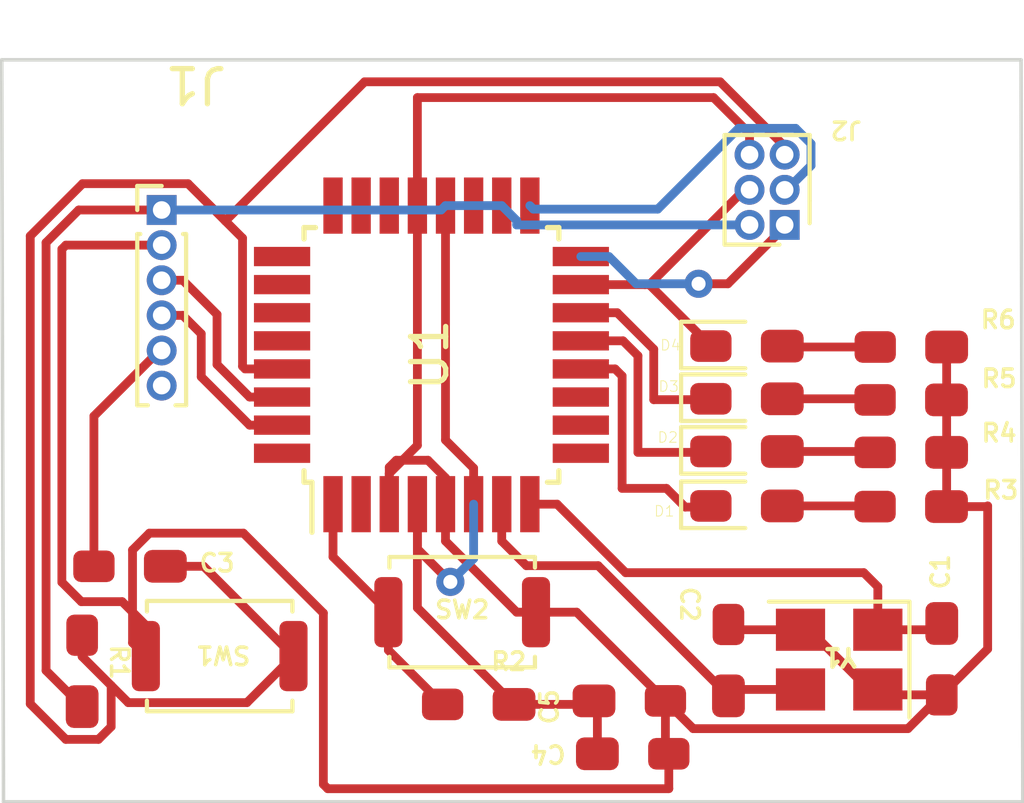
<source format=kicad_pcb>
(kicad_pcb (version 20211014) (generator pcbnew)
  (layers (0 "F.Cu" signal) (31 "B.Cu" signal) (34 "B.Paste" user) (35 "F.Paste" user) (36 "B.SilkS" user "B.Silkscreen") (37 "F.SilkS" user "F.Silkscreen") (38 "B.Mask" user) (39 "F.Mask" user) (44 "Edge.Cuts" user))
  (net 0 "")
  (net 1 "/MISO")
  (net 2 "+5V")
  (net 3 "/SCK")
  (net 4 "/~{RESET}")
  (net 5 "GND")
  (net 6 "/BUT_0")
  (net 11 "/LED_0")
  (net 12 "/LED_1")
  (net 13 "/LED_2")
  (net 22 "/MCU_RX")
  (net 23 "/MCU_TX")
  (net 25 "/LED_3_MOSI")
  (net 26 "Net-(C1-Pad2)")
  (net 27 "Net-(C2-Pad2)")
  (net 28 "Net-(C3-Pad1)")
  (net 29 "Net-(D1-Pad2)")
  (net 30 "Net-(D2-Pad2)")
  (net 31 "Net-(D3-Pad2)")
  (net 32 "Net-(D4-Pad2)")
  (footprint "Footprint_lib:Led" (layer "F.Cu") (at 103.478 42.481)
    (fp_text reference "D3" (at -2.178 -0.331 unlocked) (layer "F.SilkS") (effects (font (size 0.3 0.3) (thickness 0.025))))
    (fp_text value "LED" hide)
    (fp_line (start -1.825 -0.675) (end -1.825 0.65) (layer "F.SilkS") (width 0.12))
    (fp_line (start 0 -0.675) (end -1.825 -0.675) (layer "F.SilkS") (width 0.12))
    (fp_line (start -1.825 0.65) (end 0 0.65) (layer "F.SilkS") (width 0.12))
    (pad "1" smd roundrect (at -0.978 0.019) (size 1.175 0.9) (layers "F.Cu" "F.Paste" "F.Mask") (net 13 "/LED_2"))
    (pad "2" smd roundrect (at 1.054 0.019) (size 1.2175 0.9322) (layers "F.Cu" "F.Paste" "F.Mask") (net 31 "Net-(D3-Pad2)"))
  )
  (footprint "Footprint_lib:Capacitor" (layer "F.Cu") (at 85.95 47.25)
    (fp_text reference "C3" (at 2.5 -0.075 unlocked) (layer "F.SilkS") (effects (font (size 0.5 0.5) (thickness 0.1))))
    (fp_text value "100nF" hide)
    (pad "1" smd roundrect (at -1.003 0.019) (size 1.175 0.9) (layers "F.Cu" "F.Paste" "F.Mask") (net 28 "Net-(C3-Pad1)"))
    (pad "2" smd roundrect (at 1.029 0.019) (size 1.2175 0.9322) (layers "F.Cu" "F.Paste" "F.Mask") (net 4 "/~{RESET}"))
  )
  (footprint "Footprint_lib:16MHz" (layer "F.Cu") (at 106.15 49.875 180)
    (fp_text reference "Y1" (at -0.025 0.025 180 unlocked) (layer "F.SilkS") (effects (font (size 0.5 0.5) (thickness 0.125))))
    (fp_text value "16MHz" hide)
    (fp_line (start -2 1.6) (end 2 1.6) (layer "F.SilkS") (width 0.12))
    (fp_line (start -2 -1.7) (end -2 1.6) (layer "F.SilkS") (width 0.12))
    (pad "1" smd rect (at -1.1 0.8 180) (size 1.4 1.2) (layers "F.Cu" "F.Paste" "F.Mask") (net 26 "Net-(C1-Pad2)"))
    (pad "2" smd rect (at 1.1 0.8 180) (size 1.4 1.2) (layers "F.Cu" "F.Paste" "F.Mask") (net 5 "GND"))
    (pad "3" smd rect (at 1.1 -0.9 180) (size 1.4 1.2) (layers "F.Cu" "F.Paste" "F.Mask") (net 27 "Net-(C2-Pad2)"))
    (pad "4" smd rect (at -1.1 -0.9 180) (size 1.4 1.2) (layers "F.Cu" "F.Paste" "F.Mask") (net 5 "GND"))
  )
  (footprint "Footprint_lib:sw" (layer "F.Cu") (at 88.525 49.895 180)
    (fp_text reference "SW1" (at -0.1 0.1 180 unlocked) (layer "F.SilkS") (effects (font (size 0.5 0.5) (thickness 0.1))))
    (fp_text value "SW_PUSH" hide)
    (fp_line (start 2.07 -1.5) (end 2.07 -1.2) (layer "F.SilkS") (width 0.12))
    (fp_line (start -2.07 -1.5) (end 2.07 -1.5) (layer "F.SilkS") (width 0.12))
    (fp_line (start 2.07 1.64) (end -2.07 1.64) (layer "F.SilkS") (width 0.12))
    (fp_line (start -2.07 1.64) (end -2.07 1.34) (layer "F.SilkS") (width 0.12))
    (fp_line (start 2.07 1.34) (end 2.07 1.64) (layer "F.SilkS") (width 0.12))
    (fp_line (start -2.07 -1.2) (end -2.07 -1.5) (layer "F.SilkS") (width 0.12))
    (pad "1" smd roundrect (at -2.1 0.07 180) (size 0.8 2) (layers "F.Cu" "F.Paste" "F.Mask") (net 4 "/~{RESET}"))
    (pad "2" smd roundrect (at 2.1 0.07 180) (size 0.8 2) (layers "F.Cu" "F.Paste" "F.Mask") (net 5 "GND"))
  )
  (footprint "Footprint_lib:connector" (layer "F.Cu") (at 86.875 39.625)
    (fp_text reference "J1" (at 0.968 -6.07 180 unlocked) (layer "F.SilkS"))
    (fp_text value "Conn_01x86" hide)
    (fp_line (start -0.695 3.06) (end -0.394493 3.06) (layer "F.SilkS") (width 0.12))
    (fp_line (start 0.695 -1.815) (end 0.695 3.06) (layer "F.SilkS") (width 0.12))
    (fp_line (start -0.695 -2.5) (end -0.695 -3.185) (layer "F.SilkS") (width 0.12))
    (fp_line (start -0.695 -1.815) (end -0.608276 -1.815) (layer "F.SilkS") (width 0.12))
    (fp_line (start -0.695 -3.185) (end 0 -3.185) (layer "F.SilkS") (width 0.12))
    (fp_line (start -0.695 -1.815) (end -0.695 3.06) (layer "F.SilkS") (width 0.12))
    (fp_line (start 0.394493 3.06) (end 0.695 3.06) (layer "F.SilkS") (width 0.12))
    (fp_line (start 0.608276 -1.815) (end 0.695 -1.815) (layer "F.SilkS") (width 0.12))
    (pad "1" thru_hole rect (at 0 -2.5) (size 0.85 0.85) (drill 0.5) (layers *.Cu *.Mask) (net 2 "+5V"))
    (pad "2" thru_hole oval (at 0 -1.5) (size 0.85 0.85) (drill 0.5) (layers *.Cu *.Mask) (net 5 "GND"))
    (pad "3" thru_hole oval (at 0 -0.5) (size 0.85 0.85) (drill 0.5) (layers *.Cu *.Mask) (net 22 "/MCU_RX"))
    (pad "4" thru_hole oval (at 0 0.5) (size 0.85 0.85) (drill 0.5) (layers *.Cu *.Mask) (net 23 "/MCU_TX"))
    (pad "5" thru_hole oval (at 0 1.5) (size 0.85 0.85) (drill 0.5) (layers *.Cu *.Mask) (net 28 "Net-(C3-Pad1)"))
    (pad "6" thru_hole oval (at 0 2.5) (size 0.85 0.85) (drill 0.5) (layers *.Cu *.Mask))
  )
  (footprint "Footprint_lib:resistence" (layer "F.Cu") (at 95.921 51.1685)
    (fp_text reference "R2" (at 0.829 -1.1885 unlocked) (layer "F.SilkS") (effects (font (size 0.5 0.5) (thickness 0.1))))
    (fp_text value "10k" hide)
    (pad "1" smd roundrect (at -1.053 0.0315) (size 1.175 0.9) (layers "F.Cu" "F.Paste" "F.Mask") (net 6 "/BUT_0"))
    (pad "2" smd roundrect (at 0.979 0.0315) (size 1.2175 0.9322) (layers "F.Cu" "F.Paste" "F.Mask") (net 2 "+5V"))
  )
  (footprint "Footprint_lib:atmega328pau" (layer "F.Cu") (at 94.55 41.25 90)
    (fp_text reference "U1" (at 0 -0.05 90 unlocked) (layer "F.SilkS"))
    (fp_text value "Atmega328p" hide)
    (fp_line (start -3.625 -3.625) (end -3.625 -3.4) (layer "F.SilkS") (width 0.15))
    (fp_line (start -3.625 3.625) (end -3.625 3.3) (layer "F.SilkS") (width 0.15))
    (fp_line (start 3.625 3.625) (end 3.625 3.3) (layer "F.SilkS") (width 0.15))
    (fp_line (start 3.625 3.625) (end 3.3 3.625) (layer "F.SilkS") (width 0.15))
    (fp_line (start -3.625 -3.4) (end -5.05 -3.4) (layer "F.SilkS") (width 0.15))
    (fp_line (start 3.625 -3.625) (end 3.625 -3.3) (layer "F.SilkS") (width 0.15))
    (fp_line (start -3.625 3.625) (end -3.3 3.625) (layer "F.SilkS") (width 0.15))
    (fp_line (start 3.625 -3.625) (end 3.3 -3.625) (layer "F.SilkS") (width 0.15))
    (fp_line (start -3.625 -3.625) (end -3.3 -3.625) (layer "F.SilkS") (width 0.15))
    (pad "1" smd rect (at -4.25 -2.8 90) (size 1.6 0.55) (layers "F.Cu" "F.Paste" "F.Mask") (net 6 "/BUT_0"))
    (pad "2" smd rect (at -4.25 -2 90) (size 1.6 0.55) (layers "F.Cu" "F.Paste" "F.Mask"))
    (pad "3" smd rect (at -4.25 -1.2 90) (size 1.6 0.55) (layers "F.Cu" "F.Paste" "F.Mask") (net 5 "GND"))
    (pad "4" smd rect (at -4.25 -0.4 90) (size 1.6 0.55) (layers "F.Cu" "F.Paste" "F.Mask") (net 2 "+5V"))
    (pad "5" smd rect (at -4.25 0.4 90) (size 1.6 0.55) (layers "F.Cu" "F.Paste" "F.Mask") (net 5 "GND"))
    (pad "6" smd rect (at -4.25 1.2 90) (size 1.6 0.55) (layers "F.Cu" "F.Paste" "F.Mask") (net 2 "+5V"))
    (pad "7" smd rect (at -4.25 2 90) (size 1.6 0.55) (layers "F.Cu" "F.Paste" "F.Mask") (net 27 "Net-(C2-Pad2)"))
    (pad "8" smd rect (at -4.25 2.8 90) (size 1.6 0.55) (layers "F.Cu" "F.Paste" "F.Mask") (net 26 "Net-(C1-Pad2)"))
    (pad "9" smd rect (at -2.8 4.25 180) (size 1.6 0.55) (layers "F.Cu" "F.Paste" "F.Mask"))
    (pad "10" smd rect (at -2 4.25 180) (size 1.6 0.55) (layers "F.Cu" "F.Paste" "F.Mask"))
    (pad "11" smd rect (at -1.2 4.25 180) (size 1.6 0.55) (layers "F.Cu" "F.Paste" "F.Mask"))
    (pad "12" smd rect (at -0.4 4.25 180) (size 1.6 0.55) (layers "F.Cu" "F.Paste" "F.Mask") (net 11 "/LED_0"))
    (pad "13" smd rect (at 0.4 4.25 180) (size 1.6 0.55) (layers "F.Cu" "F.Paste" "F.Mask") (net 12 "/LED_1"))
    (pad "14" smd rect (at 1.2 4.25 180) (size 1.6 0.55) (layers "F.Cu" "F.Paste" "F.Mask") (net 13 "/LED_2"))
    (pad "15" smd rect (at 2 4.25 180) (size 1.6 0.55) (layers "F.Cu" "F.Paste" "F.Mask") (net 25 "/LED_3_MOSI"))
    (pad "16" smd rect (at 2.8 4.25 180) (size 1.6 0.55) (layers "F.Cu" "F.Paste" "F.Mask") (net 1 "/MISO"))
    (pad "17" smd rect (at 4.25 2.8 90) (size 1.6 0.55) (layers "F.Cu" "F.Paste" "F.Mask") (net 3 "/SCK"))
    (pad "18" smd rect (at 4.25 2 90) (size 1.6 0.55) (layers "F.Cu" "F.Paste" "F.Mask") (net 2 "+5V"))
    (pad "19" smd rect (at 4.25 1.2 90) (size 1.6 0.55) (layers "F.Cu" "F.Paste" "F.Mask"))
    (pad "20" smd rect (at 4.25 0.4 90) (size 1.6 0.55) (layers "F.Cu" "F.Paste" "F.Mask") (net 2 "+5V"))
    (pad "21" smd rect (at 4.25 -0.4 90) (size 1.6 0.55) (layers "F.Cu" "F.Paste" "F.Mask") (net 5 "GND"))
    (pad "22" smd rect (at 4.25 -1.2 90) (size 1.6 0.55) (layers "F.Cu" "F.Paste" "F.Mask"))
    (pad "23" smd rect (at 4.25 -2 90) (size 1.6 0.55) (layers "F.Cu" "F.Paste" "F.Mask"))
    (pad "24" smd rect (at 4.25 -2.8 90) (size 1.6 0.55) (layers "F.Cu" "F.Paste" "F.Mask"))
    (pad "25" smd rect (at 2.8 -4.25 180) (size 1.6 0.55) (layers "F.Cu" "F.Paste" "F.Mask"))
    (pad "26" smd rect (at 2 -4.25 180) (size 1.6 0.55) (layers "F.Cu" "F.Paste" "F.Mask"))
    (pad "27" smd rect (at 1.2 -4.25 180) (size 1.6 0.55) (layers "F.Cu" "F.Paste" "F.Mask"))
    (pad "28" smd rect (at 0.4 -4.25 180) (size 1.6 0.55) (layers "F.Cu" "F.Paste" "F.Mask"))
    (pad "29" smd rect (at -0.4 -4.25 180) (size 1.6 0.55) (layers "F.Cu" "F.Paste" "F.Mask") (net 4 "/~{RESET}"))
    (pad "30" smd rect (at -1.2 -4.25 180) (size 1.6 0.55) (layers "F.Cu" "F.Paste" "F.Mask") (net 22 "/MCU_RX"))
    (pad "31" smd rect (at -2 -4.25 180) (size 1.6 0.55) (layers "F.Cu" "F.Paste" "F.Mask") (net 23 "/MCU_TX"))
    (pad "32" smd rect (at -2.8 -4.25 180) (size 1.6 0.55) (layers "F.Cu" "F.Paste" "F.Mask"))
  )
  (footprint "Footprint_lib:resistence" (layer "F.Cu") (at 108.228 43.9935)
    (fp_text reference "R4" (at 2.472 -0.5185 unlocked) (layer "F.SilkS") (effects (font (size 0.5 0.5) (thickness 0.1))))
    (fp_text value "330R" hide)
    (pad "1" smd roundrect (at -1.053 0.0315) (size 1.175 0.9) (layers "F.Cu" "F.Paste" "F.Mask") (net 30 "Net-(D2-Pad2)"))
    (pad "2" smd roundrect (at 0.979 0.0315) (size 1.2175 0.9322) (layers "F.Cu" "F.Paste" "F.Mask") (net 5 "GND"))
  )
  (footprint "Footprint_lib:resistence" (layer "F.Cu") (at 84.6435 50.284 -90)
    (fp_text reference "R1" (at -0.284 -1.0315 -90 unlocked) (layer "F.SilkS") (effects (font (size 0.5 0.5) (thickness 0.1))))
    (fp_text value "10k" hide)
    (pad "1" smd roundrect (at -1.053 0.0315 270) (size 1.175 0.9) (layers "F.Cu" "F.Paste" "F.Mask") (net 4 "/~{RESET}"))
    (pad "2" smd roundrect (at 0.979 0.0315 270) (size 1.2175 0.9322) (layers "F.Cu" "F.Paste" "F.Mask") (net 2 "+5V"))
  )
  (footprint "Footprint_lib:resistence" (layer "F.Cu") (at 108.225 45.5375)
    (fp_text reference "R3" (at 2.525 -0.4375 unlocked) (layer "F.SilkS") (effects (font (size 0.5 0.5) (thickness 0.1))))
    (fp_text value "330R" hide)
    (pad "1" smd roundrect (at -1.053 0.0315) (size 1.175 0.9) (layers "F.Cu" "F.Paste" "F.Mask") (net 29 "Net-(D1-Pad2)"))
    (pad "2" smd roundrect (at 0.979 0.0315) (size 1.2175 0.9322) (layers "F.Cu" "F.Paste" "F.Mask") (net 5 "GND"))
  )
  (footprint "Footprint_lib:Capacitor" (layer "F.Cu") (at 100.3 52.625 180)
    (fp_text reference "C4" (at 2.429 0.019 180 unlocked) (layer "F.SilkS") (effects (font (size 0.5 0.5) (thickness 0.1))))
    (fp_text value "100nF" hide)
    (pad "1" smd roundrect (at -1.003 0.019 180) (size 1.175 0.9) (layers "F.Cu" "F.Paste" "F.Mask") (net 5 "GND"))
    (pad "2" smd roundrect (at 1.029 0.019 180) (size 1.2175 0.9322) (layers "F.Cu" "F.Paste" "F.Mask") (net 2 "+5V"))
  )
  (footprint "Footprint_lib:MountingHole" (layer "F.Cu") (at 108.75 37.075)
    (fp_text reference "H1")
    (fp_text value "MountingHole" hide)
    (pad "" np_thru_hole circle (at 0 0) (size 2.1 2.1) (drill 2.1) (layers *.Cu *.Mask))
  )
  (footprint "Footprint_lib:Led" (layer "F.Cu") (at 103.478 45.531)
    (fp_text reference "D1" (at -2.303 0.169 unlocked) (layer "F.SilkS") (effects (font (size 0.3 0.3) (thickness 0.025))))
    (fp_text value "LED" hide)
    (fp_line (start 0 -0.675) (end -1.825 -0.675) (layer "F.SilkS") (width 0.12))
    (fp_line (start -1.825 -0.675) (end -1.825 0.65) (layer "F.SilkS") (width 0.12))
    (fp_line (start -1.825 0.65) (end 0 0.65) (layer "F.SilkS") (width 0.12))
    (pad "1" smd roundrect (at -0.978 0.019) (size 1.175 0.9) (layers "F.Cu" "F.Paste" "F.Mask") (net 11 "/LED_0"))
    (pad "2" smd roundrect (at 1.054 0.019) (size 1.2175 0.9322) (layers "F.Cu" "F.Paste" "F.Mask") (net 29 "Net-(D1-Pad2)"))
  )
  (footprint "Footprint_lib:Capacitor" (layer "F.Cu") (at 100.204 51.119 180)
    (fp_text reference "C5" (at 2.3 -0.15 90 unlocked) (layer "F.SilkS") (effects (font (size 0.5 0.5) (thickness 0.1))))
    (fp_text value "10uF" hide)
    (pad "1" smd roundrect (at -1.003 0.019 180) (size 1.175 0.9) (layers "F.Cu" "F.Paste" "F.Mask") (net 5 "GND"))
    (pad "2" smd roundrect (at 1.029 0.019 180) (size 1.2175 0.9322) (layers "F.Cu" "F.Paste" "F.Mask") (net 2 "+5V"))
  )
  (footprint "Footprint_lib:Capacitor" (layer "F.Cu") (at 109.05 49.925 90)
    (fp_text reference "C1" (at 2.5 -0.019 90 unlocked) (layer "F.SilkS") (effects (font (size 0.5 0.5) (thickness 0.1))))
    (fp_text value "22pF" hide)
    (pad "1" smd roundrect (at -1.003 0.019 90) (size 1.175 0.9) (layers "F.Cu" "F.Paste" "F.Mask") (net 5 "GND"))
    (pad "2" smd roundrect (at 1.029 0.019 90) (size 1.2175 0.9322) (layers "F.Cu" "F.Paste" "F.Mask") (net 26 "Net-(C1-Pad2)"))
  )
  (footprint "Footprint_lib:avr-isr" (layer "F.Cu") (at 104.15 36.55 180)
    (fp_text reference "J2" (at -2.2 1.7 180 unlocked) (layer "F.SilkS") (effects (font (size 0.5 0.5) (thickness 0.1))))
    (fp_text value "AVR-ISP" hide)
    (fp_line (start -1.16 1.56) (end -0.844493 1.56) (layer "F.SilkS") (width 0.12))
    (fp_line (start -0.844493 1.56) (end 0.944493 1.56) (layer "F.SilkS") (width 0.12))
    (fp_line (start 1.26 -1.56) (end 1.26 1.56) (layer "F.SilkS") (width 0.12))
    (fp_line (start -0.3 -1.56) (end 1.26 -1.56) (layer "F.SilkS") (width 0.12))
    (fp_line (start -1.16 -0.95) (end -1.16 -0.315) (layer "F.SilkS") (width 0.12))
    (fp_line (start -1.16 -0.315) (end -1.16 1.56) (layer "F.SilkS") (width 0.12))
    (fp_line (start 0.944493 1.56) (end 1.26 1.56) (layer "F.SilkS") (width 0.12))
    (pad "1" thru_hole rect (at -0.45 -1 180) (size 0.85 0.85) (drill 0.5) (layers *.Cu *.Mask) (net 1 "/MISO"))
    (pad "2" thru_hole oval (at 0.55 -1 180) (size 0.85 0.85) (drill 0.5) (layers *.Cu *.Mask) (net 2 "+5V"))
    (pad "3" thru_hole oval (at -0.45 0 180) (size 0.85 0.85) (drill 0.5) (layers *.Cu *.Mask) (net 3 "/SCK"))
    (pad "4" thru_hole oval (at 0.55 0 180) (size 0.85 0.85) (drill 0.5) (layers *.Cu *.Mask) (net 25 "/LED_3_MOSI"))
    (pad "5" thru_hole oval (at -0.45 1 180) (size 0.85 0.85) (drill 0.5) (layers *.Cu *.Mask) (net 4 "/~{RESET}"))
    (pad "6" thru_hole oval (at 0.55 1 180) (size 0.85 0.85) (drill 0.5) (layers *.Cu *.Mask) (net 5 "GND"))
  )
  (footprint "Footprint_lib:sw" (layer "F.Cu") (at 95.425 48.505)
    (fp_text reference "SW2" (at 0 0 unlocked) (layer "F.SilkS") (effects (font (size 0.5 0.5) (thickness 0.1))))
    (fp_text value "SW_PUSH" hide)
    (fp_line (start -2.07 1.64) (end -2.07 1.34) (layer "F.SilkS") (width 0.12))
    (fp_line (start 2.07 -1.5) (end 2.07 -1.2) (layer "F.SilkS") (width 0.12))
    (fp_line (start -2.07 -1.2) (end -2.07 -1.5) (layer "F.SilkS") (width 0.12))
    (fp_line (start 2.07 1.34) (end 2.07 1.64) (layer "F.SilkS") (width 0.12))
    (fp_line (start -2.07 -1.5) (end 2.07 -1.5) (layer "F.SilkS") (width 0.12))
    (fp_line (start 2.07 1.64) (end -2.07 1.64) (layer "F.SilkS") (width 0.12))
    (pad "1" smd roundrect (at -2.1 0.07) (size 0.8 2) (layers "F.Cu" "F.Paste" "F.Mask") (net 6 "/BUT_0"))
    (pad "2" smd roundrect (at 2.1 0.07) (size 0.8 2) (layers "F.Cu" "F.Paste" "F.Mask") (net 5 "GND"))
  )
  (footprint "Footprint_lib:resistence" (layer "F.Cu") (at 108.229 40.994)
    (fp_text reference "R6" (at 2.446 -0.744 unlocked) (layer "F.SilkS") (effects (font (size 0.5 0.5) (thickness 0.1))))
    (fp_text value "330R" hide)
    (pad "1" smd roundrect (at -1.053 0.0315) (size 1.175 0.9) (layers "F.Cu" "F.Paste" "F.Mask") (net 32 "Net-(D4-Pad2)"))
    (pad "2" smd roundrect (at 0.979 0.0315) (size 1.2175 0.9322) (layers "F.Cu" "F.Paste" "F.Mask") (net 5 "GND"))
  )
  (footprint "Footprint_lib:resistence" (layer "F.Cu") (at 108.225 42.5)
    (fp_text reference "R5" (at 2.475 -0.575 unlocked) (layer "F.SilkS") (effects (font (size 0.5 0.5) (thickness 0.1))))
    (fp_text value "330R" hide)
    (pad "1" smd roundrect (at -1.053 0.0315) (size 1.175 0.9) (layers "F.Cu" "F.Paste" "F.Mask") (net 31 "Net-(D3-Pad2)"))
    (pad "2" smd roundrect (at 0.979 0.0315) (size 1.2175 0.9322) (layers "F.Cu" "F.Paste" "F.Mask") (net 5 "GND"))
  )
  (footprint "Footprint_lib:Led" (layer "F.Cu") (at 103.478 43.981)
    (fp_text reference "D2" (at -2.203 -0.381 unlocked) (layer "F.SilkS") (effects (font (size 0.3 0.3) (thickness 0.025))))
    (fp_text value "LED" hide)
    (fp_line (start -1.825 -0.675) (end -1.825 0.65) (layer "F.SilkS") (width 0.12))
    (fp_line (start 0 -0.675) (end -1.825 -0.675) (layer "F.SilkS") (width 0.12))
    (fp_line (start -1.825 0.65) (end 0 0.65) (layer "F.SilkS") (width 0.12))
    (pad "1" smd roundrect (at -0.978 0.019) (size 1.175 0.9) (layers "F.Cu" "F.Paste" "F.Mask") (net 12 "/LED_1"))
    (pad "2" smd roundrect (at 1.054 0.019) (size 1.2175 0.9322) (layers "F.Cu" "F.Paste" "F.Mask") (net 30 "Net-(D2-Pad2)"))
  )
  (footprint "Footprint_lib:Led" (layer "F.Cu") (at 103.478 40.981)
    (fp_text reference "D4" (at -2.128 -0.006 unlocked) (layer "F.SilkS") (effects (font (size 0.3 0.3) (thickness 0.025))))
    (fp_text value "LED" hide)
    (fp_line (start -1.825 -0.675) (end -1.825 0.65) (layer "F.SilkS") (width 0.12))
    (fp_line (start -1.825 0.65) (end 0 0.65) (layer "F.SilkS") (width 0.12))
    (fp_line (start 0 -0.675) (end -1.825 -0.675) (layer "F.SilkS") (width 0.12))
    (pad "1" smd roundrect (at -0.978 0.019) (size 1.175 0.9) (layers "F.Cu" "F.Paste" "F.Mask") (net 25 "/LED_3_MOSI"))
    (pad "2" smd roundrect (at 1.054 0.019) (size 1.2175 0.9322) (layers "F.Cu" "F.Paste" "F.Mask") (net 32 "Net-(D4-Pad2)"))
  )
  (footprint "Footprint_lib:Capacitor" (layer "F.Cu") (at 103.019 49.928 -90)
    (fp_text reference "C2" (at -1.578 1.119 -90 unlocked) (layer "F.SilkS") (effects (font (size 0.5 0.5) (thickness 0.1))))
    (fp_text value "22pF" hide)
    (pad "1" smd roundrect (at -1.003 0.019 270) (size 1.175 0.9) (layers "F.Cu" "F.Paste" "F.Mask") (net 5 "GND"))
    (pad "2" smd roundrect (at 1.029 0.019 270) (size 1.2175 0.9322) (layers "F.Cu" "F.Paste" "F.Mask") (net 27 "Net-(C2-Pad2)"))
  )
  (gr_line (start 82.325 32.85) (end 111.325 32.85) (layer "Edge.Cuts") (width 0.1))
  (gr_line (start 111.375 53.975) (end 82.375 53.975) (layer "Edge.Cuts") (width 0.1))
  (gr_line (start 82.375 53.975) (end 82.325 32.85) (layer "Edge.Cuts") (width 0.1))
  (gr_line (start 111.325 32.85) (end 111.375 53.975) (layer "Edge.Cuts") (width 0.1))
  (segment (start 104.6 37.60997) (end 102.98497 39.225) (width 0.25) (layer "F.Cu") (net 1))
  (segment (start 104.6 37.55) (end 104.6 37.60997) (width 0.25) (layer "F.Cu") (net 1))
  (segment (start 102.98497 39.225) (end 102.15 39.225) (width 0.25) (layer "F.Cu") (net 1))
  (via (at 102.15 39.225) (size 0.8) (drill 0.4) (layers "F.Cu" "B.Cu") (net 1))
  (segment (start 100.375 39.225) (end 99.6 38.45) (width 0.25) (layer "B.Cu") (net 1))
  (segment (start 102.15 39.225) (end 100.375 39.225) (width 0.25) (layer "B.Cu") (net 1))
  (segment (start 98.8 38.45) (end 99.6 38.45) (width 0.25) (layer "B.Cu") (net 1))
  (segment (start 84.575 51.3) (end 84.612 51.263) (width 0.25) (layer "F.Cu") (net 2))
  (segment (start 99.271 52.606) (end 99.271 51.196) (width 0.25) (layer "F.Cu") (net 2))
  (segment (start 94.15 45.5) (end 94.15 46.774598) (width 0.25) (layer "F.Cu") (net 2))
  (segment (start 99.271 51.196) (end 99.175 51.1) (width 0.25) (layer "F.Cu") (net 2))
  (segment (start 83.58546 38.053823) (end 83.58546 50.23646) (width 0.25) (layer "F.Cu") (net 2))
  (segment (start 94.15 48.45) (end 96.9 51.2) (width 0.25) (layer "F.Cu") (net 2))
  (segment (start 83.58546 50.23646) (end 84.612 51.263) (width 0.25) (layer "F.Cu") (net 2))
  (segment (start 94.15 45.5) (end 94.15 48.45) (width 0.25) (layer "F.Cu") (net 2))
  (segment (start 95.75 44.475) (end 95.75 45.5) (width 0.25) (layer "F.Cu") (net 2))
  (segment (start 94.15 46.774598) (end 95.087701 47.712299) (width 0.25) (layer "F.Cu") (net 2))
  (segment (start 99.075 51.2) (end 99.175 51.1) (width 0.25) (layer "F.Cu") (net 2))
  (segment (start 84.514283 37.125) (end 83.58546 38.053823) (width 0.25) (layer "F.Cu") (net 2))
  (segment (start 86.875 37.125) (end 84.514283 37.125) (width 0.25) (layer "F.Cu") (net 2))
  (segment (start 96.9 51.2) (end 99.075 51.2) (width 0.25) (layer "F.Cu") (net 2))
  (segment (start 94.95 43.675) (end 95.75 44.475) (width 0.25) (layer "F.Cu") (net 2))
  (segment (start 94.95 37) (end 94.95 43.675) (width 0.25) (layer "F.Cu") (net 2))
  (via (at 95.087701 47.712299) (size 0.8) (drill 0.4) (layers "F.Cu" "B.Cu") (net 2))
  (segment (start 86.875 37.125) (end 86.95 37.05) (width 0.25) (layer "B.Cu") (net 2))
  (segment (start 96.975 37.55) (end 103.6 37.55) (width 0.25) (layer "B.Cu") (net 2))
  (segment (start 95.75 47.05) (end 95.75 45.5) (width 0.25) (layer "B.Cu") (net 2))
  (segment (start 86.875 37.125) (end 94.825 37.125) (width 0.25) (layer "B.Cu") (net 2))
  (segment (start 94.825 37.125) (end 94.95 37) (width 0.25) (layer "B.Cu") (net 2))
  (segment (start 96.975 37.425) (end 96.975 37.55) (width 0.25) (layer "B.Cu") (net 2))
  (segment (start 96.55 37) (end 96.975 37.425) (width 0.25) (layer "B.Cu") (net 2))
  (segment (start 94.95 37) (end 96.55 37) (width 0.25) (layer "B.Cu") (net 2))
  (segment (start 95.087701 47.712299) (end 95.75 47.05) (width 0.25) (layer "B.Cu") (net 2))
  (segment (start 105.349511 35.860459) (end 105.349511 35.239541) (width 0.25) (layer "B.Cu") (net 3))
  (segment (start 103.289541 34.800489) (end 100.98955 37.10048) (width 0.25) (layer "B.Cu") (net 3))
  (segment (start 105.349511 35.239541) (end 104.910459 34.800489) (width 0.25) (layer "B.Cu") (net 3))
  (segment (start 100.98955 37.10048) (end 97.45048 37.10048) (width 0.25) (layer "B.Cu") (net 3))
  (segment (start 104.65997 36.55) (end 105.349511 35.860459) (width 0.25) (layer "B.Cu") (net 3))
  (segment (start 104.6 36.55) (end 104.65997 36.55) (width 0.25) (layer "B.Cu") (net 3))
  (segment (start 104.910459 34.800489) (end 103.289541 34.800489) (width 0.25) (layer "B.Cu") (net 3))
  (segment (start 97.45048 37.10048) (end 97.35 37) (width 0.25) (layer "B.Cu") (net 3))
  (segment (start 83.13594 37.86406) (end 83.13594 51.184213) (width 0.25) (layer "F.Cu") (net 4))
  (segment (start 84.147997 52.19627) (end 85.076003 52.19627) (width 0.25) (layer "F.Cu") (net 4))
  (segment (start 90.3 41.65) (end 89.25 41.65) (width 0.25) (layer "F.Cu") (net 4))
  (segment (start 85.4375 51.834773) (end 85.4375 50.6625) (width 0.25) (layer "F.Cu") (net 4))
  (segment (start 85.4375 50.6625) (end 85.92452 51.14952) (width 0.25) (layer "F.Cu") (net 4))
  (segment (start 84.612 49.231) (end 84.612 49.837) (width 0.25) (layer "F.Cu") (net 4))
  (segment (start 87.624511 36.375489) (end 84.624511 36.375489) (width 0.25) (layer "F.Cu") (net 4))
  (segment (start 86.979 47.269) (end 88.069 47.269) (width 0.25) (layer "F.Cu") (net 4))
  (segment (start 89.175489 37.926467) (end 88.687011 37.437989) (width 0.25) (layer "F.Cu") (net 4))
  (segment (start 89.175489 41.575489) (end 89.175489 37.926467) (width 0.25) (layer "F.Cu") (net 4))
  (segment (start 104.6 35.313242) (end 102.762237 33.47548) (width 0.25) (layer "F.Cu") (net 4))
  (segment (start 88.069 47.269) (end 90.625 49.825) (width 0.25) (layer "F.Cu") (net 4))
  (segment (start 84.818 49.025) (end 84.612 49.231) (width 0.25) (layer "F.Cu") (net 4))
  (segment (start 89.30048 51.14952) (end 90.625 49.825) (width 0.25) (layer "F.Cu") (net 4))
  (segment (start 104.6 35.55) (end 104.6 35.313242) (width 0.25) (layer "F.Cu") (net 4))
  (segment (start 85.92452 51.14952) (end 89.30048 51.14952) (width 0.25) (layer "F.Cu") (net 4))
  (segment (start 84.624511 36.375489) (end 83.13594 37.86406) (width 0.25) (layer "F.Cu") (net 4))
  (segment (start 88.687011 37.437989) (end 87.624511 36.375489) (width 0.25) (layer "F.Cu") (net 4))
  (segment (start 102.762237 33.47548) (end 92.64952 33.47548) (width 0.25) (layer "F.Cu") (net 4))
  (segment (start 84.675 49.305) (end 84.92952 49.05048) (width 0.25) (layer "F.Cu") (net 4))
  (segment (start 83.13594 51.184213) (end 84.147997 52.19627) (width 0.25) (layer "F.Cu") (net 4))
  (segment (start 84.612 49.837) (end 85.4375 50.6625) (width 0.25) (layer "F.Cu") (net 4))
  (segment (start 89.25 41.65) (end 89.175489 41.575489) (width 0.25) (layer "F.Cu") (net 4))
  (segment (start 85.076003 52.19627) (end 85.4375 51.834773) (width 0.25) (layer "F.Cu") (net 4))
  (segment (start 92.64952 33.47548) (end 88.687011 37.437989) (width 0.25) (layer "F.Cu") (net 4))
  (segment (start 86.04573 49.44573) (end 86.04573 46.804997) (width 0.25) (layer "F.Cu") (net 5))
  (segment (start 84.03498 47.721618) (end 84.588362 48.275) (width 0.25) (layer "F.Cu") (net 5))
  (segment (start 94.95 44.749511) (end 94.95 45.5) (width 0.25) (layer "F.Cu") (net 5))
  (segment (start 91.475 53.475) (end 91.6 53.6) (width 0.25) (layer "F.Cu") (net 5))
  (segment (start 105.05 49.075) (end 103.15 49.075) (width 0.25) (layer "F.Cu") (net 5))
  (segment (start 86.525727 46.325) (end 89.2 46.325) (width 0.25) (layer "F.Cu") (net 5))
  (segment (start 84.588362 48.275) (end 85.75 48.275) (width 0.25) (layer "F.Cu") (net 5))
  (segment (start 86.175 50.375) (end 86.175 49.875) (width 0.25) (layer "F.Cu") (net 5))
  (segment (start 107.25 50.775) (end 106.999022 50.775) (width 0.25) (layer "F.Cu") (net 5))
  (segment (start 94.450489 44.25) (end 94.95 44.749511) (width 0.25) (layer "F.Cu") (net 5))
  (segment (start 110.375 49.622) (end 109.069 50.928) (width 0.25) (layer "F.Cu") (net 5))
  (segment (start 101.207 51.1) (end 101.207 52.51) (width 0.25) (layer "F.Cu") (net 5))
  (segment (start 93.35 44.625) (end 93.35 45.5) (width 0.25) (layer "F.Cu") (net 5))
  (segment (start 109.225 41.0085) (end 109.208 41.0255) (width 0.25) (layer "F.Cu") (net 5))
  (segment (start 106.999022 50.775) (end 105.299022 49.075) (width 0.25) (layer "F.Cu") (net 5))
  (segment (start 94.15 37) (end 94.15 43.825) (width 0.25) (layer "F.Cu") (net 5))
  (segment (start 86.04573 46.804997) (end 86.525727 46.325) (width 0.25) (layer "F.Cu") (net 5))
  (segment (start 89.2 46.325) (end 91.475 48.6) (width 0.25) (layer "F.Cu") (net 5))
  (segment (start 101.99727 51.89027) (end 108.10673 51.89027) (width 0.25) (layer "F.Cu") (net 5))
  (segment (start 94.15 37) (end 94.15 33.925) (width 0.25) (layer "F.Cu") (net 5))
  (segment (start 84.15 38.125) (end 84.03498 38.24002) (width 0.25) (layer "F.Cu") (net 5))
  (segment (start 110.375 45.55) (end 110.375 49.622) (width 0.25) (layer "F.Cu") (net 5))
  (segment (start 94.95 45.5) (end 94.95 46.55) (width 0.25) (layer "F.Cu") (net 5))
  (segment (start 103.6 35.55) (end 103.6 34.94896) (width 0.25) (layer "F.Cu") (net 5))
  (segment (start 94.15 43.825) (end 93.35 44.625) (width 0.25) (layer "F.Cu") (net 5))
  (segment (start 96.975 48.575) (end 97.525 48.575) (width 0.25) (layer "F.Cu") (net 5))
  (segment (start 86.875 38.125) (end 84.15 38.125) (width 0.25) (layer "F.Cu") (net 5))
  (segment (start 94.15 33.925) (end 102.57604 33.925) (width 0.25) (layer "F.Cu") (net 5))
  (segment (start 86.425 48.95) (end 86.425 49.825) (width 0.25) (layer "F.Cu") (net 5))
  (segment (start 85.75 48.275) (end 86.425 48.95) (width 0.25) (layer "F.Cu") (net 5))
  (segment (start 84.03498 38.24002) (end 84.03498 47.721618) (width 0.25) (layer "F.Cu") (net 5))
  (segment (start 101.207 51.1) (end 101.99727 51.89027) (width 0.25) (layer "F.Cu") (net 5))
  (segment (start 103.15 49.075) (end 103 48.925) (width 0.25) (layer "F.Cu") (net 5))
  (segment (start 105.299022 49.075) (end 105.05 49.075) (width 0.25) (layer "F.Cu") (net 5))
  (segment (start 93.55 44.25) (end 94.450489 44.25) (width 0.25) (layer "F.Cu") (net 5))
  (segment (start 86.425 49.825) (end 86.04573 49.44573) (width 0.25) (layer "F.Cu") (net 5))
  (segment (start 109.208 45.565) (end 109.204 45.569) (width 0.25) (layer "F.Cu") (net 5))
  (segment (start 91.475 48.6) (end 91.475 53.475) (width 0.25) (layer "F.Cu") (net 5))
  (segment (start 101.303 53.597) (end 101.303 52.606) (width 0.25) (layer "F.Cu") (net 5))
  (segment (start 109.208 41.0255) (end 109.208 45.565) (width 0.25) (layer "F.Cu") (net 5))
  (segment (start 110.356 45.569) (end 110.375 45.55) (width 0.25) (layer "F.Cu") (net 5))
  (segment (start 109.069 50.928) (end 107.403 50.928) (width 0.25) (layer "F.Cu") (net 5))
  (segment (start 93.35 45.5) (end 93.35 44.45) (width 0.25) (layer "F.Cu") (net 5))
  (segment (start 102.57604 33.925) (end 103.6 34.94896) (width 0.25) (layer "F.Cu") (net 5))
  (segment (start 109.204 45.569) (end 110.356 45.569) (width 0.25) (layer "F.Cu") (net 5))
  (segment (start 101.3 53.6) (end 101.303 53.597) (width 0.25) (layer "F.Cu") (net 5))
  (segment (start 91.6 53.6) (end 101.3 53.6) (width 0.25) (layer "F.Cu") (net 5))
  (segment (start 108.10673 51.89027) (end 109.069 50.928) (width 0.25) (layer "F.Cu") (net 5))
  (segment (start 98.682 48.575) (end 101.207 51.1) (width 0.25) (layer "F.Cu") (net 5))
  (segment (start 94.95 46.55) (end 96.975 48.575) (width 0.25) (layer "F.Cu") (net 5))
  (segment (start 93.35 44.45) (end 93.55 44.25) (width 0.25) (layer "F.Cu") (net 5))
  (segment (start 101.207 52.51) (end 101.303 52.606) (width 0.25) (layer "F.Cu") (net 5))
  (segment (start 97.525 48.575) (end 98.682 48.575) (width 0.25) (layer "F.Cu") (net 5))
  (segment (start 107.403 50.928) (end 107.25 50.775) (width 0.25) (layer "F.Cu") (net 5))
  (segment (start 91.75 45.5) (end 91.75 47) (width 0.25) (layer "F.Cu") (net 6))
  (segment (start 93.325 49.657) (end 94.868 51.2) (width 0.25) (layer "F.Cu") (net 6))
  (segment (start 93.325 48.575) (end 93.325 49.657) (width 0.25) (layer "F.Cu") (net 6))
  (segment (start 91.75 47) (end 93.325 48.575) (width 0.25) (layer "F.Cu") (net 6))
  (segment (start 93.325 48.575) (end 93.325 48.25) (width 0.25) (layer "F.Cu") (net 6))
  (segment (start 102.467859 45.582141) (end 102.5 45.55) (width 0.25) (layer "F.Cu") (net 11))
  (segment (start 99.975 41.85) (end 99.975 45.05048) (width 0.25) (layer "F.Cu") (net 11))
  (segment (start 101.236198 45.05048) (end 101.767859 45.582141) (width 0.25) (layer "F.Cu") (net 11))
  (segment (start 99.775 41.65) (end 99.975 41.85) (width 0.25) (layer "F.Cu") (net 11))
  (segment (start 101.767859 45.582141) (end 102.467859 45.582141) (width 0.25) (layer "F.Cu") (net 11))
  (segment (start 99.975 45.05048) (end 101.236198 45.05048) (width 0.25) (layer "F.Cu") (net 11))
  (segment (start 98.8 41.65) (end 99.775 41.65) (width 0.25) (layer "F.Cu") (net 11))
  (segment (start 102.475 44.025) (end 102.5 44) (width 0.25) (layer "F.Cu") (net 12))
  (segment (start 100.425 44.025) (end 102.475 44.025) (width 0.25) (layer "F.Cu") (net 12))
  (segment (start 100.425 41.275) (end 100.425 44.025) (width 0.25) (layer "F.Cu") (net 12))
  (segment (start 98.8 40.85) (end 100 40.85) (width 0.25) (layer "F.Cu") (net 12))
  (segment (start 100 40.85) (end 100.425 41.275) (width 0.25) (layer "F.Cu") (net 12))
  (segment (start 100.87452 42.525) (end 102.475 42.525) (width 0.25) (layer "F.Cu") (net 13))
  (segment (start 100.87452 41.088802) (end 100.87452 42.525) (width 0.25) (layer "F.Cu") (net 13))
  (segment (start 98.8 40.05) (end 99.835718 40.05) (width 0.25) (layer "F.Cu") (net 13))
  (segment (start 102.475 42.525) (end 102.5 42.5) (width 0.25) (layer "F.Cu") (net 13))
  (segment (start 99.835718 40.05) (end 100.87452 41.088802) (width 0.25) (layer "F.Cu") (net 13))
  (segment (start 87.47604 39.125) (end 88.45 40.09896) (width 0.25) (layer "F.Cu") (net 22))
  (segment (start 89.375978 42.45) (end 90.3 42.45) (width 0.25) (layer "F.Cu") (net 22))
  (segment (start 88.45 40.09896) (end 88.45 41.524022) (width 0.25) (layer "F.Cu") (net 22))
  (segment (start 86.875 39.125) (end 87.47604 39.125) (width 0.25) (layer "F.Cu") (net 22))
  (segment (start 88.45 41.524022) (end 89.375978 42.45) (width 0.25) (layer "F.Cu") (net 22))
  (segment (start 88.00048 41.874502) (end 89.375978 43.25) (width 0.25) (layer "F.Cu") (net 23))
  (segment (start 86.875 40.125) (end 87.47604 40.125) (width 0.25) (layer "F.Cu") (net 23))
  (segment (start 89.375978 43.25) (end 90.3 43.25) (width 0.25) (layer "F.Cu") (net 23))
  (segment (start 88.00048 40.64944) (end 88.00048 41.874502) (width 0.25) (layer "F.Cu") (net 23))
  (segment (start 87.47604 40.125) (end 88.00048 40.64944) (width 0.25) (layer "F.Cu") (net 23))
  (segment (start 103.45 36.55) (end 100.75 39.25) (width 0.25) (layer "F.Cu") (net 25))
  (segment (start 100.625 39.25) (end 100.75 39.25) (width 0.25) (layer "F.Cu") (net 25))
  (segment (start 103.6 36.55) (end 103.45 36.55) (width 0.25) (layer "F.Cu") (net 25))
  (segment (start 98.8 39.25) (end 100.625 39.25) (width 0.25) (layer "F.Cu") (net 25))
  (segment (start 100.75 39.25) (end 102.5 41) (width 0.25) (layer "F.Cu") (net 25))
  (segment (start 107.25 49.075) (end 108.89 49.075) (width 0.25) (layer "F.Cu") (net 26))
  (segment (start 106.85 47.45) (end 100.075 47.45) (width 0.25) (layer "F.Cu") (net 26))
  (segment (start 100.075 47.45) (end 98.125 45.5) (width 0.25) (layer "F.Cu") (net 26))
  (segment (start 107.25 49.075) (end 107.25 47.85) (width 0.25) (layer "F.Cu") (net 26))
  (segment (start 108.89 49.075) (end 109.069 48.896) (width 0.25) (layer "F.Cu") (net 26))
  (segment (start 107.25 47.85) (end 106.85 47.45) (width 0.25) (layer "F.Cu") (net 26))
  (segment (start 98.125 45.5) (end 97.35 45.5) (width 0.25) (layer "F.Cu") (net 26))
  (segment (start 99.29348 47.25048) (end 103 50.957) (width 0.25) (layer "F.Cu") (net 27))
  (segment (start 105.05 50.775) (end 103.182 50.775) (width 0.25) (layer "F.Cu") (net 27))
  (segment (start 96.55 45.5) (end 96.55 46.55) (width 0.25) (layer "F.Cu") (net 27))
  (segment (start 103.182 50.775) (end 103 50.957) (width 0.25) (layer "F.Cu") (net 27))
  (segment (start 96.55 46.55) (end 97.25048 47.25048) (width 0.25) (layer "F.Cu") (net 27))
  (segment (start 97.25048 47.25048) (end 99.29348 47.25048) (width 0.25) (layer "F.Cu") (net 27))
  (segment (start 84.947 47.269) (end 84.947 42.99303) (width 0.25) (layer "F.Cu") (net 28))
  (segment (start 86.93497 41.125) (end 86.875 41.125) (width 0.25) (layer "F.Cu") (net 28))
  (segment (start 84.947 42.99303) (end 86.81503 41.125) (width 0.25) (layer "F.Cu") (net 28))
  (segment (start 86.81503 41.125) (end 86.875 41.125) (width 0.25) (layer "F.Cu") (net 28))
  (segment (start 104.532 45.55) (end 107.153 45.55) (width 0.25) (layer "F.Cu") (net 29))
  (segment (start 107.153 45.55) (end 107.172 45.569) (width 0.25) (layer "F.Cu") (net 29))
  (segment (start 104.532 44) (end 107.15 44) (width 0.25) (layer "F.Cu") (net 30))
  (segment (start 107.15 44) (end 107.175 44.025) (width 0.25) (layer "F.Cu") (net 30))
  (segment (start 107.1405 42.5) (end 107.172 42.5315) (width 0.25) (layer "F.Cu") (net 31))
  (segment (start 104.532 42.5) (end 107.1405 42.5) (width 0.25) (layer "F.Cu") (net 31))
  (segment (start 104.532 41) (end 104.5575 41.0255) (width 0.25) (layer "F.Cu") (net 32))
  (segment (start 104.5575 41.0255) (end 107.176 41.0255) (width 0.25) (layer "F.Cu") (net 32))
)
</source>
